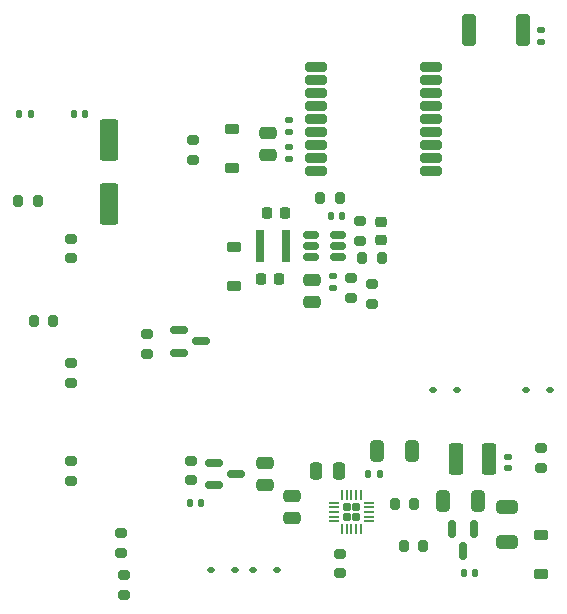
<source format=gtp>
G04 #@! TF.GenerationSoftware,KiCad,Pcbnew,7.0.7*
G04 #@! TF.CreationDate,2023-12-02T18:06:35+01:00*
G04 #@! TF.ProjectId,TeensyRPR,5465656e-7379-4525-9052-2e6b69636164,rev?*
G04 #@! TF.SameCoordinates,Original*
G04 #@! TF.FileFunction,Paste,Top*
G04 #@! TF.FilePolarity,Positive*
%FSLAX46Y46*%
G04 Gerber Fmt 4.6, Leading zero omitted, Abs format (unit mm)*
G04 Created by KiCad (PCBNEW 7.0.7) date 2023-12-02 18:06:35*
%MOMM*%
%LPD*%
G01*
G04 APERTURE LIST*
G04 Aperture macros list*
%AMRoundRect*
0 Rectangle with rounded corners*
0 $1 Rounding radius*
0 $2 $3 $4 $5 $6 $7 $8 $9 X,Y pos of 4 corners*
0 Add a 4 corners polygon primitive as box body*
4,1,4,$2,$3,$4,$5,$6,$7,$8,$9,$2,$3,0*
0 Add four circle primitives for the rounded corners*
1,1,$1+$1,$2,$3*
1,1,$1+$1,$4,$5*
1,1,$1+$1,$6,$7*
1,1,$1+$1,$8,$9*
0 Add four rect primitives between the rounded corners*
20,1,$1+$1,$2,$3,$4,$5,0*
20,1,$1+$1,$4,$5,$6,$7,0*
20,1,$1+$1,$6,$7,$8,$9,0*
20,1,$1+$1,$8,$9,$2,$3,0*%
G04 Aperture macros list end*
%ADD10RoundRect,0.250000X0.650000X-0.325000X0.650000X0.325000X-0.650000X0.325000X-0.650000X-0.325000X0*%
%ADD11RoundRect,0.140000X-0.140000X-0.170000X0.140000X-0.170000X0.140000X0.170000X-0.140000X0.170000X0*%
%ADD12RoundRect,0.140000X-0.170000X0.140000X-0.170000X-0.140000X0.170000X-0.140000X0.170000X0.140000X0*%
%ADD13RoundRect,0.250000X-0.325000X-0.650000X0.325000X-0.650000X0.325000X0.650000X-0.325000X0.650000X0*%
%ADD14RoundRect,0.250000X0.250000X0.475000X-0.250000X0.475000X-0.250000X-0.475000X0.250000X-0.475000X0*%
%ADD15RoundRect,0.250000X0.475000X-0.250000X0.475000X0.250000X-0.475000X0.250000X-0.475000X-0.250000X0*%
%ADD16RoundRect,0.250000X-0.475000X0.250000X-0.475000X-0.250000X0.475000X-0.250000X0.475000X0.250000X0*%
%ADD17RoundRect,0.140000X0.170000X-0.140000X0.170000X0.140000X-0.170000X0.140000X-0.170000X-0.140000X0*%
%ADD18RoundRect,0.250000X-0.375000X-1.075000X0.375000X-1.075000X0.375000X1.075000X-0.375000X1.075000X0*%
%ADD19RoundRect,0.150000X-0.587500X-0.150000X0.587500X-0.150000X0.587500X0.150000X-0.587500X0.150000X0*%
%ADD20RoundRect,0.200000X-0.275000X0.200000X-0.275000X-0.200000X0.275000X-0.200000X0.275000X0.200000X0*%
%ADD21RoundRect,0.200000X-0.200000X-0.275000X0.200000X-0.275000X0.200000X0.275000X-0.200000X0.275000X0*%
%ADD22RoundRect,0.200000X0.200000X0.275000X-0.200000X0.275000X-0.200000X-0.275000X0.200000X-0.275000X0*%
%ADD23RoundRect,0.150000X-0.150000X0.587500X-0.150000X-0.587500X0.150000X-0.587500X0.150000X0.587500X0*%
%ADD24RoundRect,0.172500X-0.172500X0.172500X-0.172500X-0.172500X0.172500X-0.172500X0.172500X0.172500X0*%
%ADD25RoundRect,0.050000X-0.050000X0.375000X-0.050000X-0.375000X0.050000X-0.375000X0.050000X0.375000X0*%
%ADD26RoundRect,0.050000X-0.375000X0.050000X-0.375000X-0.050000X0.375000X-0.050000X0.375000X0.050000X0*%
%ADD27RoundRect,0.225000X-0.375000X0.225000X-0.375000X-0.225000X0.375000X-0.225000X0.375000X0.225000X0*%
%ADD28RoundRect,0.250000X-0.550000X1.500000X-0.550000X-1.500000X0.550000X-1.500000X0.550000X1.500000X0*%
%ADD29RoundRect,0.200000X0.275000X-0.200000X0.275000X0.200000X-0.275000X0.200000X-0.275000X-0.200000X0*%
%ADD30RoundRect,0.112500X0.187500X0.112500X-0.187500X0.112500X-0.187500X-0.112500X0.187500X-0.112500X0*%
%ADD31RoundRect,0.112500X-0.187500X-0.112500X0.187500X-0.112500X0.187500X0.112500X-0.187500X0.112500X0*%
%ADD32RoundRect,0.225000X0.225000X0.250000X-0.225000X0.250000X-0.225000X-0.250000X0.225000X-0.250000X0*%
%ADD33RoundRect,0.225000X-0.225000X-0.250000X0.225000X-0.250000X0.225000X0.250000X-0.225000X0.250000X0*%
%ADD34RoundRect,0.225000X-0.250000X0.225000X-0.250000X-0.225000X0.250000X-0.225000X0.250000X0.225000X0*%
%ADD35R,0.800000X2.700000*%
%ADD36RoundRect,0.150000X-0.512500X-0.150000X0.512500X-0.150000X0.512500X0.150000X-0.512500X0.150000X0*%
%ADD37RoundRect,0.225000X0.375000X-0.225000X0.375000X0.225000X-0.375000X0.225000X-0.375000X-0.225000X0*%
%ADD38RoundRect,0.250000X0.362500X1.075000X-0.362500X1.075000X-0.362500X-1.075000X0.362500X-1.075000X0*%
%ADD39RoundRect,0.147500X0.172500X-0.147500X0.172500X0.147500X-0.172500X0.147500X-0.172500X-0.147500X0*%
%ADD40RoundRect,0.200000X-0.700000X-0.200000X0.700000X-0.200000X0.700000X0.200000X-0.700000X0.200000X0*%
G04 APERTURE END LIST*
D10*
X177490000Y-136857000D03*
X177490000Y-133907000D03*
D11*
X173784000Y-139432000D03*
X174744000Y-139432000D03*
D12*
X177546000Y-129596000D03*
X177546000Y-130556000D03*
D13*
X166439000Y-129150000D03*
X169389000Y-129150000D03*
D11*
X165719500Y-131113500D03*
X166679500Y-131113500D03*
D13*
X172027000Y-133336000D03*
X174977000Y-133336000D03*
D14*
X163212500Y-130796000D03*
X161312500Y-130796000D03*
D15*
X159278000Y-134794000D03*
X159278000Y-132894000D03*
D16*
X156972000Y-130114000D03*
X156972000Y-132014000D03*
D11*
X150610000Y-133566000D03*
X151570000Y-133566000D03*
D15*
X157226000Y-104074000D03*
X157226000Y-102174000D03*
D17*
X159004000Y-104366000D03*
X159004000Y-103406000D03*
D18*
X173118000Y-129780000D03*
X175918000Y-129780000D03*
D19*
X152652500Y-130100000D03*
X152652500Y-132000000D03*
X154527500Y-131050000D03*
D20*
X150690000Y-129941000D03*
X150690000Y-131591000D03*
X163342000Y-137845000D03*
X163342000Y-139495000D03*
D21*
X168740000Y-137146000D03*
X170390000Y-137146000D03*
D22*
X169628000Y-133653500D03*
X167978000Y-133653500D03*
X139026400Y-118110000D03*
X137376400Y-118110000D03*
X137731000Y-107950000D03*
X136081000Y-107950000D03*
D23*
X174706000Y-135700500D03*
X172806000Y-135700500D03*
X173756000Y-137575500D03*
D20*
X140538200Y-111138200D03*
X140538200Y-112788200D03*
D24*
X164704500Y-133878500D03*
X163884500Y-133878500D03*
X164704500Y-134698500D03*
X163884500Y-134698500D03*
D25*
X165094500Y-132838500D03*
X164694500Y-132838500D03*
X164294500Y-132838500D03*
X163894500Y-132838500D03*
X163494500Y-132838500D03*
D26*
X162844500Y-133488500D03*
X162844500Y-133888500D03*
X162844500Y-134288500D03*
X162844500Y-134688500D03*
X162844500Y-135088500D03*
D25*
X163494500Y-135738500D03*
X163894500Y-135738500D03*
X164294500Y-135738500D03*
X164694500Y-135738500D03*
X165094500Y-135738500D03*
D26*
X165744500Y-135088500D03*
X165744500Y-134688500D03*
X165744500Y-134288500D03*
X165744500Y-133888500D03*
X165744500Y-133488500D03*
D17*
X159004000Y-102080000D03*
X159004000Y-101120000D03*
D20*
X150876000Y-102807000D03*
X150876000Y-104457000D03*
D27*
X154178000Y-101856000D03*
X154178000Y-105156000D03*
D28*
X143764000Y-102804000D03*
X143764000Y-108204000D03*
D29*
X140538200Y-123354600D03*
X140538200Y-121704600D03*
D11*
X136172000Y-100584000D03*
X137132000Y-100584000D03*
X140772000Y-100584000D03*
X141732000Y-100584000D03*
D30*
X154466000Y-139192000D03*
X152366000Y-139192000D03*
D31*
X155922000Y-139192000D03*
X158022000Y-139192000D03*
D29*
X145034000Y-141287000D03*
X145034000Y-139637000D03*
X144780000Y-137731000D03*
X144780000Y-136081000D03*
D16*
X160971500Y-114621500D03*
X160971500Y-116521500D03*
D12*
X162749500Y-114329500D03*
X162749500Y-115289500D03*
D11*
X162523500Y-109221500D03*
X163483500Y-109221500D03*
D32*
X158698500Y-108967500D03*
X157148500Y-108967500D03*
D33*
X156640500Y-114555500D03*
X158190500Y-114555500D03*
D34*
X166813500Y-109716500D03*
X166813500Y-111266500D03*
D35*
X158769500Y-111761500D03*
X156569500Y-111761500D03*
D20*
X166051500Y-115000500D03*
X166051500Y-116650500D03*
D29*
X164273500Y-116142500D03*
X164273500Y-114492500D03*
D22*
X163320500Y-107697500D03*
X161670500Y-107697500D03*
D29*
X165035500Y-111316500D03*
X165035500Y-109666500D03*
D22*
X166876500Y-112777500D03*
X165226500Y-112777500D03*
D36*
X160850000Y-110811500D03*
X160850000Y-111761500D03*
X160850000Y-112711500D03*
X163125000Y-112711500D03*
X163125000Y-111761500D03*
X163125000Y-110811500D03*
D37*
X154367500Y-115188000D03*
X154367500Y-111888000D03*
X180340000Y-139572000D03*
X180340000Y-136272000D03*
D20*
X180340000Y-128906000D03*
X180340000Y-130556000D03*
D31*
X171162000Y-123952000D03*
X173262000Y-123952000D03*
D30*
X181136000Y-123952000D03*
X179036000Y-123952000D03*
D19*
X149707600Y-118902400D03*
X149707600Y-120802400D03*
X151582600Y-119852400D03*
D38*
X178842500Y-93472000D03*
X174217500Y-93472000D03*
D39*
X180340000Y-94465000D03*
X180340000Y-93495000D03*
D20*
X147015200Y-119240800D03*
X147015200Y-120890800D03*
X140589000Y-129985000D03*
X140589000Y-131635000D03*
D40*
X161290000Y-96610000D03*
X161290000Y-97710000D03*
X161290000Y-98810000D03*
X161290000Y-99910000D03*
X161290000Y-101010000D03*
X161290000Y-102110000D03*
X161290000Y-103210000D03*
X161290000Y-104310000D03*
X161290000Y-105410000D03*
X170990000Y-105410000D03*
X170990000Y-104310000D03*
X170990000Y-103210000D03*
X170990000Y-102110000D03*
X170990000Y-101010000D03*
X170990000Y-99910000D03*
X170990000Y-98810000D03*
X170990000Y-97710000D03*
X170990000Y-96610000D03*
M02*

</source>
